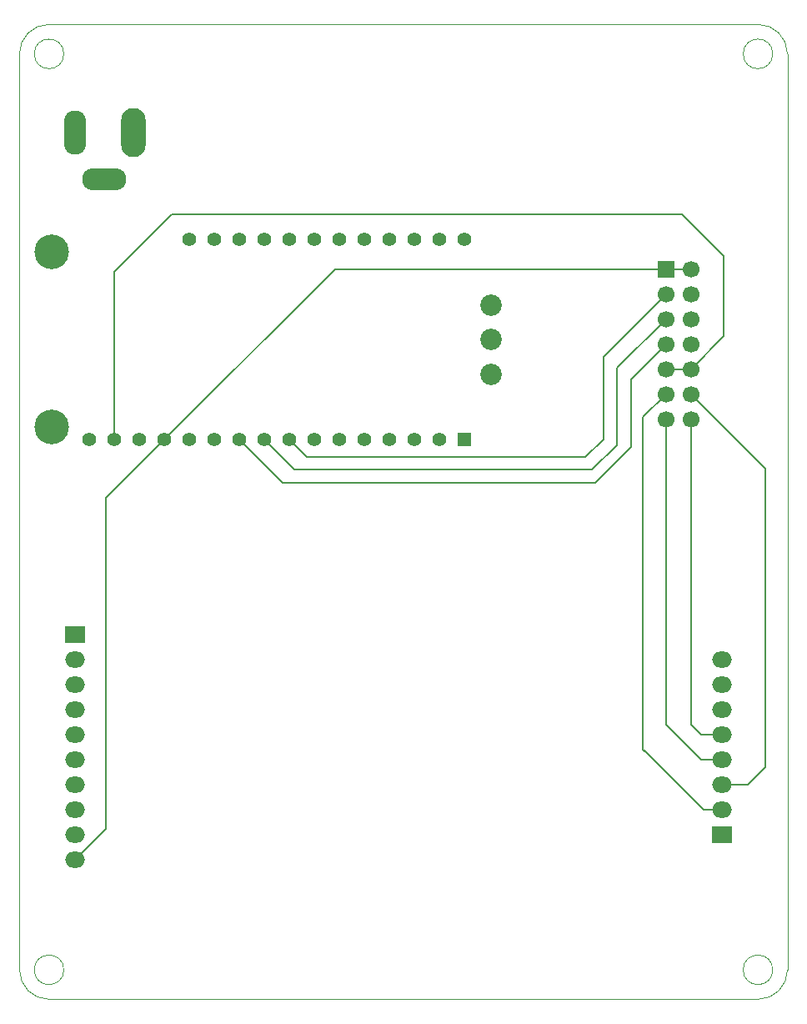
<source format=gbr>
%TF.GenerationSoftware,KiCad,Pcbnew,9.0.4*%
%TF.CreationDate,2025-09-21T19:32:39-04:00*%
%TF.ProjectId,Nanopositioner_V10,4e616e6f-706f-4736-9974-696f6e65725f,rev?*%
%TF.SameCoordinates,Original*%
%TF.FileFunction,Copper,L2,Bot*%
%TF.FilePolarity,Positive*%
%FSLAX46Y46*%
G04 Gerber Fmt 4.6, Leading zero omitted, Abs format (unit mm)*
G04 Created by KiCad (PCBNEW 9.0.4) date 2025-09-21 19:32:39*
%MOMM*%
%LPD*%
G01*
G04 APERTURE LIST*
%TA.AperFunction,ComponentPad*%
%ADD10C,1.700000*%
%TD*%
%TA.AperFunction,ComponentPad*%
%ADD11R,1.700000X1.700000*%
%TD*%
%TA.AperFunction,ComponentPad*%
%ADD12O,2.000000X1.651000*%
%TD*%
%TA.AperFunction,ComponentPad*%
%ADD13R,2.000000X1.651000*%
%TD*%
%TA.AperFunction,ComponentPad*%
%ADD14C,1.408000*%
%TD*%
%TA.AperFunction,ComponentPad*%
%ADD15R,1.408000X1.408000*%
%TD*%
%TA.AperFunction,ComponentPad*%
%ADD16C,3.516000*%
%TD*%
%TA.AperFunction,ComponentPad*%
%ADD17C,2.184400*%
%TD*%
%TA.AperFunction,ComponentPad*%
%ADD18O,2.500000X5.000000*%
%TD*%
%TA.AperFunction,ComponentPad*%
%ADD19O,2.250000X4.500000*%
%TD*%
%TA.AperFunction,ComponentPad*%
%ADD20O,4.500000X2.250000*%
%TD*%
%TA.AperFunction,Conductor*%
%ADD21C,0.200000*%
%TD*%
%TA.AperFunction,Profile*%
%ADD22C,0.050000*%
%TD*%
G04 APERTURE END LIST*
D10*
%TO.P,U3,14,Y-*%
%TO.N,Net-(U1-2-)*%
X169200000Y-81080000D03*
%TO.P,U3,13,Y+*%
%TO.N,Net-(U1-2+)*%
X166660000Y-81080000D03*
%TO.P,U3,12,X-*%
%TO.N,Net-(U1-1-)*%
X169200000Y-78540000D03*
%TO.P,U3,11,X+*%
%TO.N,Net-(U1-1+)*%
X166660000Y-78540000D03*
%TO.P,U3,10,3V(Y)*%
%TO.N,Net-(U2-3.3V)*%
X169200000Y-76000000D03*
%TO.P,U3,9,3V(X)*%
X166660000Y-76000000D03*
%TO.P,U3,8,CS(Y)*%
%TO.N,Net-(U2-A5{slash}PA06)*%
X169200000Y-73460000D03*
%TO.P,U3,7,CS(X)*%
%TO.N,Net-(U2-A2{slash}PB08)*%
X166660000Y-73460000D03*
%TO.P,U3,6,CLK(Y)*%
%TO.N,Net-(U2-SCK{slash}PA17)*%
X169200000Y-70920000D03*
%TO.P,U3,5,CLK(X)*%
%TO.N,Net-(U2-A3{slash}PB09)*%
X166660000Y-70920000D03*
%TO.P,U3,4,DO(Y)*%
%TO.N,Net-(U2-MOSI{slash}PB23)*%
X169200000Y-68380000D03*
%TO.P,U3,3,DO(X)*%
%TO.N,Net-(U2-A4{slash}PA04)*%
X166660000Y-68380000D03*
%TO.P,U3,2,GND(Y)*%
%TO.N,Net-(U1-OS)*%
X169200000Y-65840000D03*
D11*
%TO.P,U3,1,GND(X)*%
X166660000Y-65840000D03*
%TD*%
D12*
%TO.P,U1,16,3+*%
%TO.N,unconnected-(U1-3+-Pad16)*%
X172309000Y-110620000D03*
%TO.P,U1,15,2-*%
%TO.N,Net-(U1-2-)*%
X172309000Y-113160000D03*
D13*
%TO.P,U1,11,G*%
%TO.N,unconnected-(U1-G-Pad11)*%
X172309000Y-123320000D03*
D12*
%TO.P,U1,12,1+*%
%TO.N,Net-(U1-1+)*%
X172309000Y-120780000D03*
%TO.P,U1,14,2+*%
%TO.N,Net-(U1-2+)*%
X172309000Y-115700000D03*
%TO.P,U1,13,1-*%
%TO.N,Net-(U1-1-)*%
X172309000Y-118240000D03*
%TO.P,U1,17,3-*%
%TO.N,unconnected-(U1-3--Pad17)*%
X172309000Y-108080000D03*
%TO.P,U1,18,G*%
%TO.N,unconnected-(U1-G-Pad18)*%
X172309000Y-105540000D03*
%TO.P,U1,6,V1*%
%TO.N,Net-(U1-V1)*%
X106650000Y-115700000D03*
%TO.P,U1,5,R-*%
%TO.N,unconnected-(U1-R--Pad5)*%
X106650000Y-113160000D03*
D13*
%TO.P,U1,1,VS*%
%TO.N,Net-(U1-VS)*%
X106650000Y-103000000D03*
D12*
%TO.P,U1,2,G*%
%TO.N,Net-(J1-Pad2)*%
X106650000Y-105540000D03*
%TO.P,U1,4,R+*%
%TO.N,unconnected-(U1-R+-Pad4)*%
X106650000Y-110620000D03*
%TO.P,U1,3,EN*%
%TO.N,unconnected-(U1-EN-Pad3)*%
X106650000Y-108080000D03*
%TO.P,U1,7,V2*%
%TO.N,Net-(U1-V2)*%
X106650000Y-118240000D03*
%TO.P,U1,8,V3*%
%TO.N,unconnected-(U1-V3-Pad8)*%
X106650000Y-120780000D03*
%TO.P,U1,10,OS*%
%TO.N,Net-(U1-OS)*%
X106650000Y-125860000D03*
%TO.P,U1,9,G*%
%TO.N,unconnected-(U1-G-Pad9)*%
X106650000Y-123320000D03*
%TD*%
D14*
%TO.P,U2,16,RESET*%
%TO.N,unconnected-(U2-RESET-Pad16)*%
X108103500Y-83172500D03*
%TO.P,U2,15,3.3V*%
%TO.N,Net-(U2-3.3V)*%
X110643500Y-83172500D03*
%TO.P,U2,14,AREF*%
%TO.N,unconnected-(U2-AREF-Pad14)*%
X113183500Y-83172500D03*
%TO.P,U2,13,GND*%
%TO.N,Net-(U1-OS)*%
X115723500Y-83172500D03*
%TO.P,U2,12,A0/PA02*%
%TO.N,Net-(U1-V1)*%
X118263500Y-83172500D03*
%TO.P,U2,11,A1/PA05*%
%TO.N,Net-(U1-V2)*%
X120803500Y-83172500D03*
%TO.P,U2,10,A2/PB08*%
%TO.N,Net-(U2-A2{slash}PB08)*%
X123343500Y-83172500D03*
%TO.P,U2,9,A3/PB09*%
%TO.N,Net-(U2-A3{slash}PB09)*%
X125883500Y-83172500D03*
%TO.P,U2,8,A4/PA04*%
%TO.N,Net-(U2-A4{slash}PA04)*%
X128423500Y-83172500D03*
%TO.P,U2,7,A5/PA06*%
%TO.N,Net-(U2-A5{slash}PA06)*%
X130963500Y-83172500D03*
%TO.P,U2,6,SCK/PA17*%
%TO.N,Net-(U2-SCK{slash}PA17)*%
X133503500Y-83172500D03*
%TO.P,U2,5,MOSI/PB23*%
%TO.N,Net-(U2-MOSI{slash}PB23)*%
X136043500Y-83172500D03*
%TO.P,U2,4,MISO/PB22*%
%TO.N,unconnected-(U2-MISO{slash}PB22-Pad4)*%
X138583500Y-83172500D03*
%TO.P,U2,3,D0/PB17*%
%TO.N,unconnected-(U2-D0{slash}PB17-Pad3)*%
X141123500Y-83172500D03*
%TO.P,U2,2,D1/PB16*%
%TO.N,unconnected-(U2-D1{slash}PB16-Pad2)*%
X143663500Y-83172500D03*
D15*
%TO.P,U2,1,D4/PA14*%
%TO.N,unconnected-(U2-D4{slash}PA14-Pad1)*%
X146203500Y-83172500D03*
D14*
%TO.P,U2,17,VBAT*%
%TO.N,unconnected-(U2-VBAT-Pad17)*%
X118263500Y-62852500D03*
%TO.P,U2,18,EN*%
%TO.N,unconnected-(U2-EN-Pad18)*%
X120803500Y-62852500D03*
%TO.P,U2,19,VBUS*%
%TO.N,unconnected-(U2-VBUS-Pad19)*%
X123343500Y-62852500D03*
%TO.P,U2,20,D13/PA23*%
%TO.N,unconnected-(U2-D13{slash}PA23-Pad20)*%
X125883500Y-62852500D03*
%TO.P,U2,21,D12/PA22*%
%TO.N,unconnected-(U2-D12{slash}PA22-Pad21)*%
X128423500Y-62852500D03*
%TO.P,U2,22,D11/PA21*%
%TO.N,unconnected-(U2-D11{slash}PA21-Pad22)*%
X130963500Y-62852500D03*
%TO.P,U2,23,D10/PA20*%
%TO.N,unconnected-(U2-D10{slash}PA20-Pad23)*%
X133503500Y-62852500D03*
%TO.P,U2,24,D9/PA19*%
%TO.N,unconnected-(U2-D9{slash}PA19-Pad24)*%
X136043500Y-62852500D03*
%TO.P,U2,25,D6/PA18*%
%TO.N,unconnected-(U2-D6{slash}PA18-Pad25)*%
X138583500Y-62852500D03*
%TO.P,U2,26,D5/PA16*%
%TO.N,unconnected-(U2-D5{slash}PA16-Pad26)*%
X141123500Y-62852500D03*
%TO.P,U2,27,SCL/PA13*%
%TO.N,unconnected-(U2-SCL{slash}PA13-Pad27)*%
X143663500Y-62852500D03*
%TO.P,U2,28,SDA/PA12*%
%TO.N,unconnected-(U2-SDA{slash}PA12-Pad28)*%
X146203500Y-62852500D03*
D16*
%TO.P,U2,P1*%
%TO.N,N/C*%
X104293500Y-81902500D03*
%TO.P,U2,P2*%
X104293500Y-64122500D03*
D17*
%TO.P,U2,29,CAN_L*%
%TO.N,unconnected-(U2-CAN_L-Pad29)*%
X148870500Y-69512500D03*
%TO.P,U2,30,CAN_GND*%
%TO.N,unconnected-(U2-CAN_GND-Pad30)*%
X148870500Y-73012500D03*
%TO.P,U2,31,CAN_H*%
%TO.N,unconnected-(U2-CAN_H-Pad31)*%
X148870500Y-76512500D03*
%TD*%
D18*
%TO.P,J1,1*%
%TO.N,Net-(U1-VS)*%
X112610000Y-52020000D03*
D19*
%TO.P,J1,2*%
%TO.N,Net-(J1-Pad2)*%
X106610000Y-52020000D03*
D20*
%TO.P,J1,3*%
%TO.N,unconnected-(J1-Pad3)*%
X109610000Y-56720000D03*
%TD*%
D21*
%TO.N,Net-(U1-2+)*%
X166660000Y-81080000D02*
X166660000Y-112111000D01*
X170249000Y-115700000D02*
X172309000Y-115700000D01*
X166660000Y-112111000D02*
X170249000Y-115700000D01*
%TO.N,Net-(U1-2-)*%
X169200000Y-81080000D02*
X169200000Y-112111000D01*
X169200000Y-112111000D02*
X170249000Y-113160000D01*
X170249000Y-113160000D02*
X172309000Y-113160000D01*
%TO.N,Net-(U1-1-)*%
X172309000Y-118240000D02*
X174983500Y-118240000D01*
X174983500Y-118240000D02*
X176770000Y-116453500D01*
%TO.N,Net-(U1-1+)*%
X164430000Y-114720000D02*
X164810000Y-115100000D01*
X164340000Y-114260000D02*
X164340000Y-114630000D01*
X164340000Y-114630000D02*
X164810000Y-115100000D01*
X164810000Y-115100000D02*
X170490000Y-120780000D01*
X170490000Y-120780000D02*
X172309000Y-120780000D01*
%TO.N,Net-(U1-OS)*%
X115723500Y-83172500D02*
X109790000Y-89106000D01*
X109790000Y-89106000D02*
X109790000Y-122720000D01*
X109790000Y-122720000D02*
X106650000Y-125860000D01*
%TO.N,Net-(U1-1-)*%
X176770000Y-116453500D02*
X176770000Y-86110000D01*
%TO.N,Net-(U1-1+)*%
X166660000Y-78540000D02*
X164340000Y-80860000D01*
X164340000Y-80860000D02*
X164340000Y-114260000D01*
%TO.N,Net-(U1-1-)*%
X176770000Y-86110000D02*
X169200000Y-78540000D01*
%TO.N,Net-(U2-A3{slash}PB09)*%
X128941000Y-86230000D02*
X159170000Y-86230000D01*
%TO.N,Net-(U2-A2{slash}PB08)*%
X127691000Y-87520000D02*
X159510000Y-87520000D01*
%TO.N,Net-(U2-A4{slash}PA04)*%
X130161000Y-84910000D02*
X158480000Y-84910000D01*
X128423500Y-83172500D02*
X130161000Y-84910000D01*
%TO.N,Net-(U2-A3{slash}PB09)*%
X125883500Y-83172500D02*
X128941000Y-86230000D01*
%TO.N,Net-(U2-A2{slash}PB08)*%
X123343500Y-83172500D02*
X127691000Y-87520000D01*
%TO.N,Net-(U1-OS)*%
X166660000Y-65840000D02*
X133056000Y-65840000D01*
X133056000Y-65840000D02*
X115723500Y-83172500D01*
X166660000Y-65840000D02*
X169200000Y-65840000D01*
%TO.N,Net-(U2-3.3V)*%
X110643500Y-83172500D02*
X110643500Y-66116500D01*
X110643500Y-66116500D02*
X116470000Y-60290000D01*
X116470000Y-60290000D02*
X168320000Y-60290000D01*
X168320000Y-60290000D02*
X172550000Y-64520000D01*
X172550000Y-64520000D02*
X172550000Y-72650000D01*
X172550000Y-72650000D02*
X169200000Y-76000000D01*
%TO.N,Net-(U2-A4{slash}PA04)*%
X160280000Y-83110000D02*
X158480000Y-84910000D01*
%TO.N,Net-(U2-A3{slash}PB09)*%
X159170000Y-86230000D02*
X161670000Y-83730000D01*
%TO.N,Net-(U2-A2{slash}PB08)*%
X159510000Y-87520000D02*
X163100000Y-83930000D01*
%TO.N,Net-(U2-A4{slash}PA04)*%
X160280000Y-74760000D02*
X160280000Y-83110000D01*
X166660000Y-68380000D02*
X160280000Y-74760000D01*
%TO.N,Net-(U2-A3{slash}PB09)*%
X161670000Y-83730000D02*
X161670000Y-75910000D01*
X161670000Y-75910000D02*
X166660000Y-70920000D01*
%TO.N,Net-(U2-A2{slash}PB08)*%
X163100000Y-83930000D02*
X163100000Y-77020000D01*
X163100000Y-77020000D02*
X166660000Y-73460000D01*
%TO.N,Net-(U2-3.3V)*%
X166660000Y-76000000D02*
X169200000Y-76000000D01*
%TD*%
D22*
X104000000Y-140000000D02*
G75*
G02*
X101000000Y-137000000I0J3000000D01*
G01*
X179000000Y-137000000D02*
G75*
G02*
X176000000Y-140000000I-3000000J0D01*
G01*
X101000000Y-44000000D02*
G75*
G02*
X104000000Y-41000000I3000000J0D01*
G01*
X176000000Y-41000000D02*
G75*
G02*
X179000000Y-44000000I0J-3000000D01*
G01*
X101000000Y-137000000D02*
X101000000Y-44000000D01*
X176000000Y-140000000D02*
X104000000Y-140000000D01*
X179000000Y-44000000D02*
X179000000Y-137000000D01*
X104000000Y-41000000D02*
X176000000Y-41000000D01*
X105500000Y-137000000D02*
G75*
G02*
X102500000Y-137000000I-1500000J0D01*
G01*
X102500000Y-137000000D02*
G75*
G02*
X105500000Y-137000000I1500000J0D01*
G01*
X177500000Y-137000000D02*
G75*
G02*
X174500000Y-137000000I-1500000J0D01*
G01*
X174500000Y-137000000D02*
G75*
G02*
X177500000Y-137000000I1500000J0D01*
G01*
X177500000Y-44000000D02*
G75*
G02*
X174500000Y-44000000I-1500000J0D01*
G01*
X174500000Y-44000000D02*
G75*
G02*
X177500000Y-44000000I1500000J0D01*
G01*
X105500000Y-44000000D02*
G75*
G02*
X102500000Y-44000000I-1500000J0D01*
G01*
X102500000Y-44000000D02*
G75*
G02*
X105500000Y-44000000I1500000J0D01*
G01*
M02*

</source>
